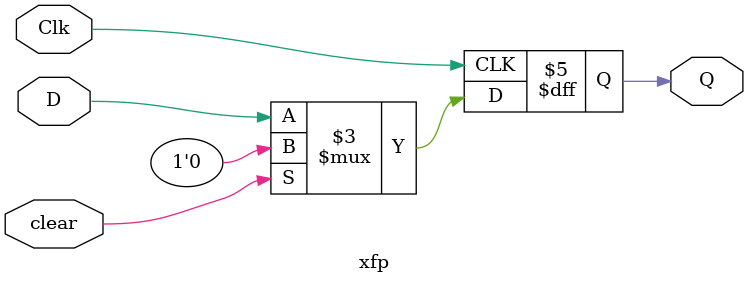
<source format=sv>
module xfp(
          input logic Clk,
          input logic clear,
          input logic D,
          output logic Q
          );

      always_ff @ (posedge Clk)
      begin

        if (clear)
        Q <= 1'b0;
        else
        Q <= D;
        end

endmodule

</source>
